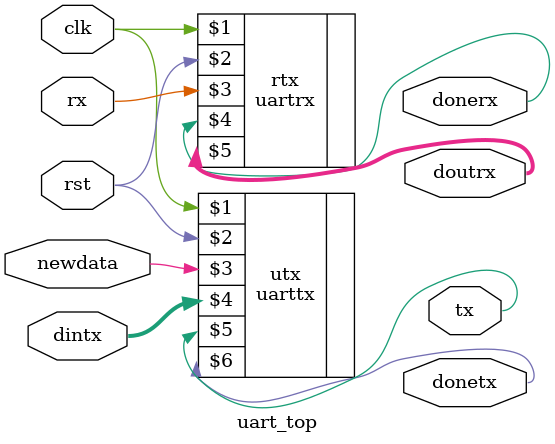
<source format=sv>
`timescale 1ns / 1ps
 
module uart_top
#(
parameter clk_freq = 1000000,
parameter baud_rate = 9600
)
(
  input clk,rst, 
  input rx,
  input [7:0] dintx,
  input newdata,
  output tx, 
  output [7:0] doutrx,
  output donetx,
  output donerx
    );
    
uarttx 
#(clk_freq, baud_rate) 
utx   
(clk, rst, newdata, dintx, tx, donetx);   
 
uartrx 
#(clk_freq, baud_rate)
rtx
(clk, rst, rx, donerx, doutrx);    
    
    
endmodule

</source>
